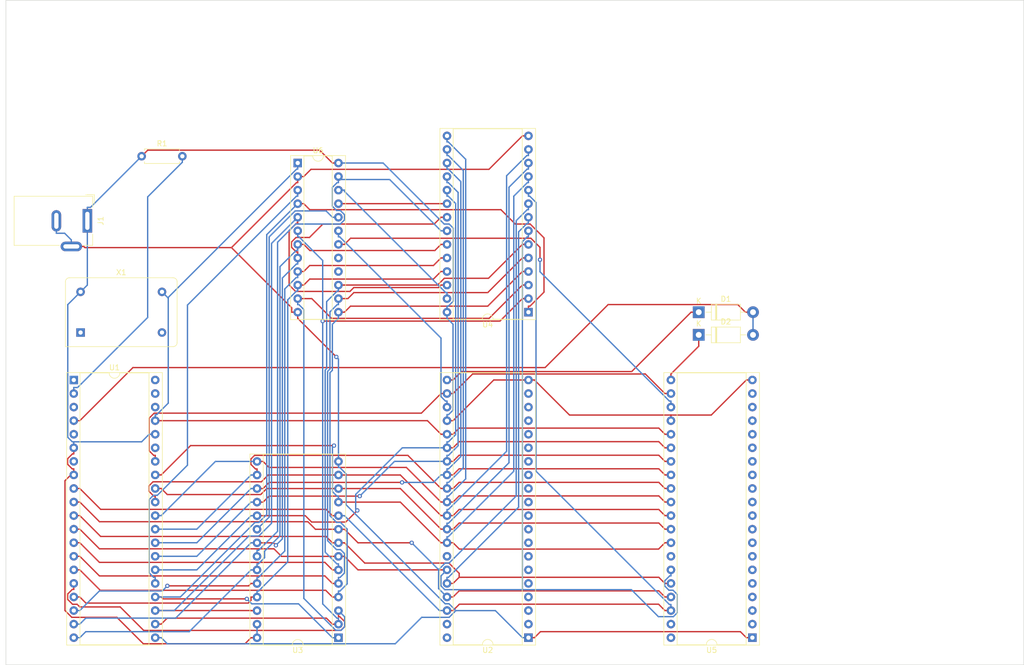
<source format=kicad_pcb>
(kicad_pcb (version 20221018) (generator pcbnew)
  (layers (0 "F.Cu" signal) (31 "B.Cu" signal) (34 "B.Paste" user) (35 "F.Paste" user) (36 "B.SilkS" user "B.Silkscreen") (37 "F.SilkS" user "F.Silkscreen") (38 "B.Mask" user) (39 "F.Mask" user) (44 "Edge.Cuts" user))
  (net 0 "")
  (net 1 "Net-(D1-K)")
  (net 2 "Net-(D1-A)")
  (net 3 "Net-(D2-K)")
  (net 5 "Net-(U1-RDY)")
  (net 8 "+5V")
  (net 10 "/A0")
  (net 11 "/A1")
  (net 12 "/A2")
  (net 13 "/A3")
  (net 14 "/A4")
  (net 15 "/A5")
  (net 16 "/A6")
  (net 17 "/A7")
  (net 18 "/A8")
  (net 19 "/A9")
  (net 20 "/A10")
  (net 21 "/A11")
  (net 22 "GND")
  (net 23 "/A12")
  (net 24 "/A13")
  (net 25 "/A14")
  (net 26 "/A15")
  (net 27 "/D7")
  (net 28 "/D6")
  (net 29 "/D5")
  (net 30 "/D4")
  (net 31 "/D3")
  (net 32 "/D2")
  (net 33 "/D1")
  (net 34 "/D0")
  (net 35 "Net-(U1-R{slash}~{W})")
  (net 37 "Net-(U1-ϕ0)")
  (net 60 "~{IO1}")
  (net 61 "~{ROM}")
  (net 66 "~{OE}")
  (net 67 "~{RAM}")
  (net 68 "~{WE}")
  (net 69 "~{IO2}")
  (footprint "Package_DIP:DIP-28_W15.24mm_Socket" (layer "F.Cu") (at 125.73 96.52 180)
    (fp_text reference "U4")
    (fp_text value "62256")
  )
  (footprint "Diode_THT:D_DO-41_SOD81_P10.16mm_Horizontal" (layer "F.Cu") (at 157.6 96.52)
    (fp_text reference "D1")
    (fp_text value "SB140")
  )
  (footprint "Package_DIP:DIP-24_W7.62mm_Socket" (layer "F.Cu") (at 82.55 68.58)
    (fp_text reference "U6")
    (fp_text value "ATF22V10")
  )
  (footprint "Diode_THT:D_DO-41_SOD81_P10.16mm_Horizontal" (layer "F.Cu") (at 157.6 100.77)
    (fp_text reference "D2")
    (fp_text value "SB140")
  )
  (footprint "Resistor_THT:R_Axial_DIN0207_L6.3mm_D2.5mm_P7.62mm_Horizontal" (layer "F.Cu") (at 53.34 67.31)
    (fp_text reference "R1")
    (fp_text value "1k")
  )
  (footprint "Package_DIP:DIP-40_W15.24mm_Socket" (layer "F.Cu") (at 125.73 157.48 180)
    (fp_text reference "U2")
    (fp_text value "W65C22")
  )
  (footprint "Connector_BarrelJack:BarrelJack_Wuerth_6941xx301002" (layer "F.Cu") (at 43.18 79.41 -90)
    (fp_text reference "J1")
    (fp_text value "Barrel_Jack_Switch")
  )
  (footprint "Package_DIP:DIP-40_W15.24mm_Socket" (layer "F.Cu") (at 167.64 157.48 180)
    (fp_text reference "U5")
    (fp_text value "W65C22")
  )
  (footprint "Package_DIP:DIP-28_W15.24mm_Socket" (layer "F.Cu") (at 90.175 157.495 180)
    (fp_text reference "U3")
    (fp_text value "28C256")
  )
  (footprint "Package_DIP:DIP-40_W15.24mm_Socket" (layer "F.Cu") (at 40.64 109.22)
    (fp_text reference "U1")
    (fp_text value "W65C02")
  )
  (footprint "Oscillator:Oscillator_DIP-14" (layer "F.Cu") (at 41.91 100.33)
    (fp_text reference "X1")
    (fp_text value "ACO-xxxMHz")
  )
  (gr_rect (start 27.94 38.1) (end 218.44 162.56) (stroke (width 0.1)) (fill none) (layer "Edge.Cuts"))
  (segment (start 110.49 109.22) (end 111.6151 109.22) (width 0.25) (layer "F.Cu") (net 1))
  (segment (start 157.6 96.52) (end 156.1749 96.52) (width 0.25) (layer "F.Cu") (net 1))
  (segment (start 145.0501 107.6448) (end 113.1903 107.6448) (width 0.25) (layer "F.Cu") (net 1))
  (segment (start 113.1903 107.6448) (end 111.6151 109.22) (width 0.25) (layer "F.Cu") (net 1))
  (segment (start 156.1749 96.52) (end 145.0501 107.6448) (width 0.25) (layer "F.Cu") (net 1))
  (segment (start 167.76 96.52) (end 166.3349 96.52) (width 0.25) (layer "F.Cu") (net 2))
  (segment (start 40.64 116.84) (end 41.7651 116.84) (width 0.25) (layer "F.Cu") (net 2))
  (segment (start 140.6446 95.0948) (end 128.8445 106.8949) (width 0.25) (layer "F.Cu") (net 2))
  (segment (start 164.9097 95.0948) (end 140.6446 95.0948) (width 0.25) (layer "F.Cu") (net 2))
  (segment (start 51.7102 106.8949) (end 41.7651 116.84) (width 0.25) (layer "F.Cu") (net 2))
  (segment (start 166.3349 96.52) (end 164.9097 95.0948) (width 0.25) (layer "F.Cu") (net 2))
  (segment (start 128.8445 106.8949) (end 51.7102 106.8949) (width 0.25) (layer "F.Cu") (net 2))
  (segment (start 167.76 100.77) (end 167.76 96.52) (width 0.25) (layer "B.Cu") (net 2))
  (segment (start 152.4 108.0949) (end 157.6 102.8949) (width 0.25) (layer "F.Cu") (net 3))
  (segment (start 152.4 109.22) (end 152.4 108.0949) (width 0.25) (layer "F.Cu") (net 3))
  (segment (start 157.6 102.8949) (end 157.6 100.77) (width 0.25) (layer "F.Cu") (net 3))
  (segment (start 54.4652 74.9299) (end 60.96 68.4351) (width 0.25) (layer "B.Cu") (net 5))
  (segment (start 60.96 67.31) (end 60.96 68.4351) (width 0.25) (layer "B.Cu") (net 5))
  (segment (start 41.3432 110.6349) (end 54.4652 97.5129) (width 0.25) (layer "B.Cu") (net 5))
  (segment (start 54.4652 97.5129) (end 54.4652 74.9299) (width 0.25) (layer "B.Cu") (net 5))
  (segment (start 40.64 110.6349) (end 41.3432 110.6349) (width 0.25) (layer "B.Cu") (net 5))
  (segment (start 40.64 111.76) (end 40.64 110.6349) (width 0.25) (layer "B.Cu") (net 5))
  (segment (start 53.652 158.62) (end 72.6849 158.62) (width 0.25) (layer "F.Cu") (net 8))
  (segment (start 72.6849 158.62) (end 73.8099 157.495) (width 0.25) (layer "F.Cu") (net 8))
  (segment (start 166.5149 109.22) (end 159.9489 115.786) (width 0.25) (layer "F.Cu") (net 8))
  (segment (start 54.4751 66.1749) (end 53.34 67.31) (width 0.25) (layer "F.Cu") (net 8))
  (segment (start 89.0449 68.58) (end 86.6398 66.1749) (width 0.25) (layer "F.Cu") (net 8))
  (segment (start 38.9919 152.3927) (end 40.2692 153.67) (width 0.25) (layer "F.Cu") (net 8))
  (segment (start 152.4 116.84) (end 152.4 115.786) (width 0.25) (layer "F.Cu") (net 8))
  (segment (start 40.64 125.8749) (end 40.3587 125.8749) (width 0.25) (layer "F.Cu") (net 8))
  (segment (start 38.9919 128.0855) (end 38.9919 152.3927) (width 0.25) (layer "F.Cu") (net 8))
  (segment (start 119.2351 109.22) (end 111.6151 116.84) (width 0.25) (layer "F.Cu") (net 8))
  (segment (start 74.935 157.495) (end 73.8099 157.495) (width 0.25) (layer "F.Cu") (net 8))
  (segment (start 48.702 153.67) (end 53.652 158.62) (width 0.25) (layer "F.Cu") (net 8))
  (segment (start 133.4211 115.786) (end 126.8551 109.22) (width 0.25) (layer "F.Cu") (net 8))
  (segment (start 40.64 126.4374) (end 38.9919 128.0855) (width 0.25) (layer "F.Cu") (net 8))
  (segment (start 39.4905 125.0067) (end 39.4905 123.9614) (width 0.25) (layer "F.Cu") (net 8))
  (segment (start 152.4 115.786) (end 133.4211 115.786) (width 0.25) (layer "F.Cu") (net 8))
  (segment (start 40.3587 125.8749) (end 39.4905 125.0067) (width 0.25) (layer "F.Cu") (net 8))
  (segment (start 40.64 126.4374) (end 40.64 125.8749) (width 0.25) (layer "F.Cu") (net 8))
  (segment (start 110.49 116.84) (end 111.6151 116.84) (width 0.25) (layer "F.Cu") (net 8))
  (segment (start 125.73 109.22) (end 126.8551 109.22) (width 0.25) (layer "F.Cu") (net 8))
  (segment (start 167.64 109.22) (end 166.5149 109.22) (width 0.25) (layer "F.Cu") (net 8))
  (segment (start 90.17 68.58) (end 89.0449 68.58) (width 0.25) (layer "F.Cu") (net 8))
  (segment (start 40.64 127) (end 40.64 126.4374) (width 0.25) (layer "F.Cu") (net 8))
  (segment (start 40.64 121.92) (end 40.64 123.0451) (width 0.25) (layer "F.Cu") (net 8))
  (segment (start 125.73 109.22) (end 119.2351 109.22) (width 0.25) (layer "F.Cu") (net 8))
  (segment (start 40.2692 153.67) (end 48.702 153.67) (width 0.25) (layer "F.Cu") (net 8))
  (segment (start 40.4068 123.0451) (end 40.64 123.0451) (width 0.25) (layer "F.Cu") (net 8))
  (segment (start 39.4905 123.9614) (end 40.4068 123.0451) (width 0.25) (layer "F.Cu") (net 8))
  (segment (start 86.6398 66.1749) (end 54.4751 66.1749) (width 0.25) (layer "F.Cu") (net 8))
  (segment (start 159.9489 115.786) (end 152.4 115.786) (width 0.25) (layer "F.Cu") (net 8))
  (segment (start 110.49 116.84) (end 110.49 115.7149) (width 0.25) (layer "B.Cu") (net 8))
  (segment (start 110.7713 115.7149) (end 111.6152 114.871) (width 0.25) (layer "B.Cu") (net 8))
  (segment (start 54.7549 119.38) (end 53.34 120.7949) (width 0.25) (layer "B.Cu") (net 8))
  (segment (start 39.5148 119.951) (end 39.5148 95.1052) (width 0.25) (layer "B.Cu") (net 8))
  (segment (start 41.91 92.71) (end 43.18 91.44) (width 0.25) (layer "B.Cu") (net 8))
  (segment (start 40.64 120.7949) (end 40.3587 120.7949) (width 0.25) (layer "B.Cu") (net 8))
  (segment (start 74.935 157.495) (end 74.935 154.955) (width 0.25) (layer "B.Cu") (net 8))
  (segment (start 110.49 96.52) (end 110.49 97.6451) (width 0.25) (layer "B.Cu") (net 8))
  (segment (start 43.18 91.44) (end 43.18 79.41) (width 0.25) (layer "B.Cu") (net 8))
  (segment (start 53.34 67.31) (end 43.7651 76.8849) (width 0.25) (layer "B.Cu") (net 8))
  (segment (start 43.7651 76.8849) (end 43.18 76.8849) (width 0.25) (layer "B.Cu") (net 8))
  (segment (start 109.96 80.01) (end 110.8911 80.01) (width 0.25) (layer "B.Cu") (net 8))
  (segment (start 90.17 68.58) (end 98.53 68.58) (width 0.25) (layer "B.Cu") (net 8))
  (segment (start 111.652 80.7709) (end 111.652 94.466) (width 0.25) (layer "B.Cu") (net 8))
  (segment (start 40.64 121.92) (end 40.64 120.7949) (width 0.25) (layer "B.Cu") (net 8))
  (segment (start 110.49 96.52) (end 110.49 95.3949) (width 0.25) (layer "B.Cu") (net 8))
  (segment (start 111.6152 114.871) (end 111.6152 98.7703) (width 0.25) (layer "B.Cu") (net 8))
  (segment (start 111.6152 98.7703) (end 110.49 97.6451) (width 0.25) (layer "B.Cu") (net 8))
  (segment (start 39.5148 95.1052) (end 41.91 92.71) (width 0.25) (layer "B.Cu") (net 8))
  (segment (start 55.88 119.38) (end 54.7549 119.38) (width 0.25) (layer "B.Cu") (net 8))
  (segment (start 40.3587 120.7949) (end 39.5148 119.951) (width 0.25) (layer "B.Cu") (net 8))
  (segment (start 110.7231 95.3949) (end 110.49 95.3949) (width 0.25) (layer "B.Cu") (net 8))
  (segment (start 43.18 79.41) (end 43.18 76.8849) (width 0.25) (layer "B.Cu") (net 8))
  (segment (start 110.49 115.7149) (end 110.7713 115.7149) (width 0.25) (layer "B.Cu") (net 8))
  (segment (start 53.34 120.7949) (end 40.64 120.7949) (width 0.25) (layer "B.Cu") (net 8))
  (segment (start 98.53 68.58) (end 109.96 80.01) (width 0.25) (layer "B.Cu") (net 8))
  (segment (start 110.8911 80.01) (end 111.652 80.7709) (width 0.25) (layer "B.Cu") (net 8))
  (segment (start 111.652 94.466) (end 110.7231 95.3949) (width 0.25) (layer "B.Cu") (net 8))
  (segment (start 45.6703 133.4452) (end 87.8601 133.4452) (width 0.25) (layer "F.Cu") (net 10))
  (segment (start 151.2749 152.4) (end 150.0843 151.2094) (width 0.25) (layer "F.Cu") (net 10))
  (segment (start 110.49 152.4) (end 111.6151 152.4) (width 0.25) (layer "F.Cu") (net 10))
  (segment (start 41.7651 129.54) (end 45.6703 133.4452) (width 0.25) (layer "F.Cu") (net 10))
  (segment (start 112.8057 151.2094) (end 111.6151 152.4) (width 0.25) (layer "F.Cu") (net 10))
  (segment (start 150.0843 151.2094) (end 112.8057 151.2094) (width 0.25) (layer "F.Cu") (net 10))
  (segment (start 152.4 152.4) (end 151.2749 152.4) (width 0.25) (layer "F.Cu") (net 10))
  (segment (start 90.175 134.635) (end 89.0499 134.635) (width 0.25) (layer "F.Cu") (net 10))
  (segment (start 87.8601 133.4452) (end 89.0499 134.635) (width 0.25) (layer "F.Cu") (net 10))
  (segment (start 40.64 129.54) (end 41.7651 129.54) (width 0.25) (layer "F.Cu") (net 10))
  (segment (start 125.9631 74.7851) (end 125.73 74.7851) (width 0.25) (layer "B.Cu") (net 10))
  (segment (start 152.1187 151.2749) (end 127.1448 126.301) (width 0.25) (layer "B.Cu") (net 10))
  (segment (start 91.3001 134.635) (end 109.0651 152.4) (width 0.25) (layer "B.Cu") (net 10))
  (segment (start 152.4 152.4) (end 152.4 151.2749) (width 0.25) (layer "B.Cu") (net 10))
  (segment (start 90.175 134.635) (end 91.3001 134.635) (width 0.25) (layer "B.Cu") (net 10))
  (segment (start 127.1448 75.9668) (end 125.9631 74.7851) (width 0.25) (layer "B.Cu") (net 10))
  (segment (start 125.73 73.66) (end 125.73 74.7851) (width 0.25) (layer "B.Cu") (net 10))
  (segment (start 127.1448 126.301) (end 127.1448 75.9668) (width 0.25) (layer "B.Cu") (net 10))
  (segment (start 109.0651 152.4) (end 110.49 152.4) (width 0.25) (layer "B.Cu") (net 10))
  (segment (start 152.4 151.2749) (end 152.1187 151.2749) (width 0.25) (layer "B.Cu") (net 10))
  (segment (start 89.6267 137.175) (end 90.175 137.175) (width 0.25) (layer "F.Cu") (net 11))
  (segment (start 110.49 149.86) (end 111.6151 149.86) (width 0.25) (layer "F.Cu") (net 11))
  (segment (start 150.1254 148.7105) (end 151.2749 149.86) (width 0.25) (layer "F.Cu") (net 11))
  (segment (start 85.8669 137.175) (end 84.4521 135.7602) (width 0.25) (layer "F.Cu") (net 11))
  (segment (start 84.4521 135.7602) (end 45.4453 135.7602) (width 0.25) (layer "F.Cu") (net 11))
  (segment (start 152.4 149.86) (end 151.2749 149.86) (width 0.25) (layer "F.Cu") (net 11))
  (segment (start 40.64 132.08) (end 41.7651 132.08) (width 0.25) (layer "F.Cu") (net 11))
  (segment (start 93.8344 139.7093) (end 103.8781 139.7093) (width 0.25) (layer "F.Cu") (net 11))
  (segment (start 89.6267 137.175) (end 89.0499 137.175) (width 0.25) (layer "F.Cu") (net 11))
  (segment (start 90.175 137.175) (end 91.3001 137.175) (width 0.25) (layer "F.Cu") (net 11))
  (segment (start 89.0499 137.175) (end 85.8669 137.175) (width 0.25) (layer "F.Cu") (net 11))
  (segment (start 112.7646 148.7105) (end 150.1254 148.7105) (width 0.25) (layer "F.Cu") (net 11))
  (segment (start 91.3001 137.175) (end 93.8344 139.7093) (width 0.25) (layer "F.Cu") (net 11))
  (segment (start 111.6151 149.86) (end 112.7646 148.7105) (width 0.25) (layer "F.Cu") (net 11))
  (segment (start 45.4453 135.7602) (end 41.7651 132.08) (width 0.25) (layer "F.Cu") (net 11))
  (via (at 103.8781 139.7093) (size 0.8) (drill 0.4) (layers "F.Cu" "B.Cu") (net 11))
  (segment (start 125.73 76.2) (end 125.73 77.3251) (width 0.25) (layer "B.Cu") (net 11))
  (segment (start 110.144 143.51) (end 110.8796 143.51) (width 0.25) (layer "B.Cu") (net 11))
  (segment (start 103.8781 139.7093) (end 108.9114 144.7426) (width 0.25) (layer "B.Cu") (net 11))
  (segment (start 108.9114 144.7426) (end 110.144 143.51) (width 0.25) (layer "B.Cu") (net 11))
  (segment (start 125.4968 77.3251) (end 125.73 77.3251) (width 0.25) (layer "B.Cu") (net 11))
  (segment (start 110.8796 143.51) (end 123.4392 130.9504) (width 0.25) (layer "B.Cu") (net 11))
  (segment (start 110.49 149.86) (end 108.9114 148.2814) (width 0.25) (layer "B.Cu") (net 11))
  (segment (start 123.4392 79.3827) (end 125.4968 77.3251) (width 0.25) (layer "B.Cu") (net 11))
  (segment (start 123.4392 130.9504) (end 123.4392 79.3827) (width 0.25) (layer "B.Cu") (net 11))
  (segment (start 108.9114 148.2814) (end 108.9114 144.7426) (width 0.25) (layer "B.Cu") (net 11))
  (segment (start 91.3001 139.715) (end 95.0951 143.51) (width 0.25) (layer "F.Cu") (net 12))
  (segment (start 152.4 147.32) (end 151.2749 147.32) (width 0.25) (layer "F.Cu") (net 12))
  (segment (start 110.49 147.32) (end 111.6151 147.32) (width 0.25) (layer "F.Cu") (net 12))
  (segment (start 112.7646 145.4221) (end 112.7646 146.1705) (width 0.25) (layer "F.Cu") (net 12))
  (segment (start 110.8525 143.51) (end 112.7646 145.4221) (width 0.25) (layer "F.Cu") (net 12))
  (segment (start 151.2749 147.32) (end 150.1254 146.1705) (width 0.25) (layer "F.Cu") (net 12))
  (segment (start 40.64 134.62) (end 41.7651 134.62) (width 0.25) (layer "F.Cu") (net 12))
  (segment (start 90.175 139.715) (end 89.0499 139.715) (width 0.25) (layer "F.Cu") (net 12))
  (segment (start 87.8618 138.5269) (end 89.0499 139.715) (width 0.25) (layer "F.Cu") (net 12))
  (segment (start 41.7651 134.62) (end 45.672 138.5269) (width 0.25) (layer "F.Cu") (net 12))
  (segment (start 112.7646 146.1705) (end 111.6151 147.32) (width 0.25) (layer "F.Cu") (net 12))
  (segment (start 45.672 138.5269) (end 87.8618 138.5269) (width 0.25) (layer "F.Cu") (net 12))
  (segment (start 95.0951 143.51) (end 110.8525 143.51) (width 0.25) (layer "F.Cu") (net 12))
  (segment (start 150.1254 146.1705) (end 112.7646 146.1705) (width 0.25) (layer "F.Cu") (net 12))
  (segment (start 90.175 139.715) (end 91.3001 139.715) (width 0.25) (layer "F.Cu") (net 12))
  (segment (start 125.4968 79.8651) (end 123.8893 81.4726) (width 0.25) (layer "B.Cu") (net 12))
  (segment (start 125.73 79.8651) (end 125.4968 79.8651) (width 0.25) (layer "B.Cu") (net 12))
  (segment (start 125.73 78.74) (end 125.73 79.8651) (width 0.25) (layer "B.Cu") (net 12))
  (segment (start 110.7322 146.1949) (end 110.49 146.1949) (width 0.25) (layer "B.Cu") (net 12))
  (segment (start 110.49 147.32) (end 110.49 146.1949) (width 0.25) (layer "B.Cu") (net 12))
  (segment (start 123.8893 81.4726) (end 123.8893 133.0378) (width 0.25) (layer "B.Cu") (net 12))
  (segment (start 123.8893 133.0378) (end 110.7322 146.1949) (width 0.25) (layer "B.Cu") (net 12))
  (segment (start 110.49 144.78) (end 93.8251 144.78) (width 0.25) (layer "F.Cu") (net 13))
  (segment (start 90.175 142.255) (end 91.3001 142.255) (width 0.25) (layer "F.Cu") (net 13))
  (segment (start 45.4453 140.8402) (end 78.1029 140.8402) (width 0.25) (layer "F.Cu") (net 13))
  (segment (start 79.5177 142.255) (end 89.0499 142.255) (width 0.25) (layer "F.Cu") (net 13))
  (segment (start 40.64 137.16) (end 41.7651 137.16) (width 0.25) (layer "F.Cu") (net 13))
  (segment (start 93.8251 144.78) (end 91.3001 142.255) (width 0.25) (layer "F.Cu") (net 13))
  (segment (start 78.1029 140.8402) (end 79.5177 142.255) (width 0.25) (layer "F.Cu") (net 13))
  (segment (start 90.175 142.255) (end 89.0499 142.255) (width 0.25) (layer "F.Cu") (net 13))
  (segment (start 41.7651 137.16) (end 45.4453 140.8402) (width 0.25) (layer "F.Cu") (net 13))
  (segment (start 152.4 145.9051) (end 152.1668 145.9051) (width 0.25) (layer "B.Cu") (net 13))
  (segment (start 152.7867 148.59) (end 153.5719 149.3752) (width 0.25) (layer "B.Cu") (net 13))
  (segment (start 151.244 146.8279) (end 151.244 147.8136) (width 0.25) (layer "B.Cu") (net 13))
  (segment (start 109.3637 145.9063) (end 110.49 144.78) (width 0.25) (layer "B.Cu") (net 13))
  (segment (start 110.0681 148.4894) (end 109.3637 147.785) (width 0.25) (layer "B.Cu") (net 13))
  (segment (start 125.4968 82.4051) (end 125.73 82.4051) (width 0.25) (layer "B.Cu") (net 13))
  (segment (start 153.5719 152.8255) (end 152.8544 153.543) (width 0.25) (layer "B.Cu") (net 13))
  (segment (start 151.244 147.8136) (end 152.0204 148.59) (width 0.25) (layer "B.Cu") (net 13))
  (segment (start 152.1668 145.9051) (end 151.244 146.8279) (width 0.25) (layer "B.Cu") (net 13))
  (segment (start 152.8544 153.543) (end 150.0487 153.543) (width 0.25) (layer "B.Cu") (net 13))
  (segment (start 125.73 81.28) (end 125.73 82.4051) (width 0.25) (layer "B.Cu") (net 13))
  (segment (start 124.6003 83.3016) (end 125.4968 82.4051) (width 0.25) (layer "B.Cu") (net 13))
  (segment (start 153.5719 149.3752) (end 153.5719 152.8255) (width 0.25) (layer "B.Cu") (net 13))
  (segment (start 152.4 144.78) (end 152.4 145.9051) (width 0.25) (layer "B.Cu") (net 13))
  (segment (start 152.0204 148.59) (end 152.7867 148.59) (width 0.25) (layer "B.Cu") (net 13))
  (segment (start 150.0487 153.543) (end 144.9951 148.4894) (width 0.25) (layer "B.Cu") (net 13))
  (segment (start 144.9951 148.4894) (end 124.6003 148.4894) (width 0.25) (layer "B.Cu") (net 13))
  (segment (start 124.6003 148.4894) (end 110.0681 148.4894) (width 0.25) (layer "B.Cu") (net 13))
  (segment (start 109.3637 147.785) (end 109.3637 145.9063) (width 0.25) (layer "B.Cu") (net 13))
  (segment (start 124.6003 148.4894) (end 124.6003 83.3016) (width 0.25) (layer "B.Cu") (net 13))
  (segment (start 90.175 144.795) (end 89.0499 144.795) (width 0.25) (layer "F.Cu") (net 14))
  (segment (start 87.6351 143.3802) (end 89.0499 144.795) (width 0.25) (layer "F.Cu") (net 14))
  (segment (start 108.7194 91.44) (end 109.9894 90.17) (width 0.25) (layer "F.Cu") (net 14))
  (segment (start 125.73 83.82) (end 124.6049 83.82) (width 0.25) (layer "F.Cu") (net 14))
  (segment (start 45.4453 143.3802) (end 87.6351 143.3802) (width 0.25) (layer "F.Cu") (net 14))
  (segment (start 41.7651 139.7) (end 45.4453 143.3802) (width 0.25) (layer "F.Cu") (net 14))
  (segment (start 109.9894 90.17) (end 118.2549 90.17) (width 0.25) (layer "F.Cu") (net 14))
  (segment (start 90.17 91.44) (end 91.2951 91.44) (width 0.25) (layer "F.Cu") (net 14))
  (segment (start 118.2549 90.17) (end 124.6049 83.82) (width 0.25) (layer "F.Cu") (net 14))
  (segment (start 91.2951 91.44) (end 108.7194 91.44) (width 0.25) (layer "F.Cu") (net 14))
  (segment (start 40.64 139.7) (end 41.7651 139.7) (width 0.25) (layer "F.Cu") (net 14))
  (segment (start 90.175 144.795) (end 90.175 143.6699) (width 0.25) (layer "B.Cu") (net 14))
  (segment (start 87.9636 107.0848) (end 87.9636 94.5383) (width 0.25) (layer "B.Cu") (net 14))
  (segment (start 87.6876 107.3608) (end 87.9636 107.0848) (width 0.25) (layer "B.Cu") (net 14))
  (segment (start 87.6876 141.4638) (end 87.6876 107.3608) (width 0.25) (layer "B.Cu") (net 14))
  (segment (start 87.9636 94.5383) (end 89.9368 92.5651) (width 0.25) (layer "B.Cu") (net 14))
  (segment (start 90.175 143.6699) (end 89.8937 143.6699) (width 0.25) (layer "B.Cu") (net 14))
  (segment (start 89.8937 143.6699) (end 87.6876 141.4638) (width 0.25) (layer "B.Cu") (net 14))
  (segment (start 89.9368 92.5651) (end 90.17 92.5651) (width 0.25) (layer "B.Cu") (net 14))
  (segment (start 90.17 91.44) (end 90.17 92.5651) (width 0.25) (layer "B.Cu") (net 14))
  (segment (start 90.17 93.98) (end 91.2951 93.98) (width 0.25) (layer "F.Cu") (net 15))
  (segment (start 91.9316 93.98) (end 93.0567 92.8549) (width 0.25) (layer "F.Cu") (net 15))
  (segment (start 90.175 147.335) (end 89.0499 147.335) (width 0.25) (layer "F.Cu") (net 15))
  (segment (start 87.6351 145.9202) (end 89.0499 147.335) (width 0.25) (layer "F.Cu") (net 15))
  (segment (start 40.64 142.24) (end 41.7651 142.24) (width 0.25) (layer "F.Cu") (net 15))
  (segment (start 91.2951 93.98) (end 91.9316 93.98) (width 0.25) (layer "F.Cu") (net 15))
  (segment (start 45.4453 145.9202) (end 87.6351 145.9202) (width 0.25) (layer "F.Cu") (net 15))
  (segment (start 125.73 86.36) (end 124.6049 86.36) (width 0.25) (layer "F.Cu") (net 15))
  (segment (start 118.11 92.8549) (end 124.6049 86.36) (width 0.25) (layer "F.Cu") (net 15))
  (segment (start 41.7651 142.24) (end 45.4453 145.9202) (width 0.25) (layer "F.Cu") (net 15))
  (segment (start 93.0567 92.8549) (end 118.11 92.8549) (width 0.25) (layer "F.Cu") (net 15))
  (segment (start 88.588 96.4539) (end 89.9368 95.1051) (width 0.25) (layer "B.Cu") (net 15))
  (segment (start 91.3047 145.3615) (end 91.3047 141.7262) (width 0.25) (layer "B.Cu") (net 15))
  (segment (start 90.4563 146.2099) (end 91.3047 145.3615) (width 0.25) (layer "B.Cu") (net 15))
  (segment (start 88.588 107.1548) (end 88.588 96.4539) (width 0.25) (layer "B.Cu") (net 15))
  (segment (start 90.175 147.335) (end 90.175 146.2099) (width 0.25) (layer "B.Cu") (net 15))
  (segment (start 88.1378 107.605) (end 88.588 107.1548) (width 0.25) (layer "B.Cu") (net 15))
  (segment (start 90.175 146.2099) (end 90.4563 146.2099) (width 0.25) (layer "B.Cu") (net 15))
  (segment (start 90.17 93.98) (end 90.17 95.1051) (width 0.25) (layer "B.Cu") (net 15))
  (segment (start 89.8066 140.985) (end 88.1378 139.3162) (width 0.25) (layer "B.Cu") (net 15))
  (segment (start 90.5635 140.985) (end 89.8066 140.985) (width 0.25) (layer "B.Cu") (net 15))
  (segment (start 91.3047 141.7262) (end 90.5635 140.985) (width 0.25) (layer "B.Cu") (net 15))
  (segment (start 89.9368 95.1051) (end 90.17 95.1051) (width 0.25) (layer "B.Cu") (net 15))
  (segment (start 88.1378 139.3162) (end 88.1378 107.605) (width 0.25) (layer "B.Cu") (net 15))
  (segment (start 87.7799 148.605) (end 89.0499 149.875) (width 0.25) (layer "F.Cu") (net 16))
  (segment (start 90.17 96.52) (end 91.2951 96.52) (width 0.25) (layer "F.Cu") (net 16))
  (segment (start 41.7651 144.78) (end 45.5901 148.605) (width 0.25) (layer "F.Cu") (net 16))
  (segment (start 40.64 144.78) (end 41.7651 144.78) (width 0.25) (layer "F.Cu") (net 16))
  (segment (start 45.5901 148.605) (end 87.7799 148.605) (width 0.25) (layer "F.Cu") (net 16))
  (segment (start 118.11 95.3949) (end 124.6049 88.9) (width 0.25) (layer "F.Cu") (net 16))
  (segment (start 91.2951 96.52) (end 92.4202 95.3949) (width 0.25) (layer "F.Cu") (net 16))
  (segment (start 92.4202 95.3949) (end 118.11 95.3949) (width 0.25) (layer "F.Cu") (net 16))
  (segment (start 125.73 88.9) (end 124.6049 88.9) (width 0.25) (layer "F.Cu") (net 16))
  (segment (start 90.175 149.875) (end 89.0499 149.875) (width 0.25) (layer "F.Cu") (net 16))
  (segment (start 90.175 148.7499) (end 90.4563 148.7499) (width 0.25) (layer "B.Cu") (net 16))
  (segment (start 90.17 96.52) (end 90.17 97.6451) (width 0.25) (layer "B.Cu") (net 16))
  (segment (start 91.7974 147.4088) (end 91.7974 137.1316) (width 0.25) (layer "B.Cu") (net 16))
  (segment (start 89.0384 98.7767) (end 90.17 97.6451) (width 0.25) (layer "B.Cu") (net 16))
  (segment (start 90.4563 148.7499) (end 91.7974 147.4088) (width 0.25) (layer "B.Cu") (net 16))
  (segment (start 90.5708 135.905) (end 89.8419 135.905) (width 0.25) (layer "B.Cu") (net 16))
  (segment (start 89.0384 107.4016) (end 89.0384 98.7767) (width 0.25) (layer "B.Cu") (net 16))
  (segment (start 88.5881 134.6512) (end 88.5881 107.8519) (width 0.25) (layer "B.Cu") (net 16))
  (segment (start 91.7974 137.1316) (end 90.5708 135.905) (width 0.25) (layer "B.Cu") (net 16))
  (segment (start 88.5881 107.8519) (end 89.0384 107.4016) (width 0.25) (layer "B.Cu") (net 16))
  (segment (start 89.8419 135.905) (end 88.5881 134.6512) (width 0.25) (layer "B.Cu") (net 16))
  (segment (start 90.175 149.875) (end 90.175 148.7499) (width 0.25) (layer "B.Cu") (net 16))
  (segment (start 53.7266 156.1248) (end 90.6047 156.1248) (width 0.25) (layer "F.Cu") (net 17))
  (segment (start 118.3742 97.6707) (end 88.8748 97.6707) (width 0.25) (layer "F.Cu") (net 17))
  (segment (start 40.64 148.4451) (end 40.3587 148.4451) (width 0.25) (layer "F.Cu") (net 17))
  (segment (start 40.64 147.32) (end 40.64 148.4451) (width 0.25) (layer "F.Cu") (net 17))
  (segment (start 85.1841 93.98) (end 83.6751 93.98) (width 0.25) (layer "F.Cu") (net 17))
  (segment (start 90.4081 153.5401) (end 90.175 153.5401) (width 0.25) (layer "F.Cu") (net 17))
  (segment (start 41.7652 151.7252) (end 49.327 151.7252) (width 0.25) (layer "F.Cu") (net 17))
  (segment (start 40.3587 148.4451) (end 39.4981 149.3057) (width 0.25) (layer "F.Cu") (net 17))
  (segment (start 90.6047 156.1248) (end 91.3435 155.386) (width 0.25) (layer "F.Cu") (net 17))
  (segment (start 91.3435 155.386) (end 91.3435 154.4755) (width 0.25) (layer "F.Cu") (net 17))
  (segment (start 49.327 151.7252) (end 53.7266 156.1248) (width 0.25) (layer "F.Cu") (net 17))
  (segment (start 82.55 93.98) (end 83.6751 93.98) (width 0.25) (layer "F.Cu") (net 17))
  (segment (start 91.3435 154.4755) (end 90.4081 153.5401) (width 0.25) (layer "F.Cu") (net 17))
  (segment (start 39.4981 149.3057) (end 39.4981 150.3136) (width 0.25) (layer "F.Cu") (net 17))
  (segment (start 41.265 151.225) (end 41.7652 151.7252) (width 0.25) (layer "F.Cu") (net 17))
  (segment (start 40.4095 151.225) (end 41.265 151.225) (width 0.25) (layer "F.Cu") (net 17))
  (segment (start 88.8748 97.6707) (end 85.1841 93.98) (width 0.25) (layer "F.Cu") (net 17))
  (segment (start 39.4981 150.3136) (end 40.4095 151.225) (width 0.25) (layer "F.Cu") (net 17))
  (segment (start 125.73 91.44) (end 124.6049 91.44) (width 0.25) (layer "F.Cu") (net 17))
  (segment (start 124.6049 91.44) (end 118.3742 97.6707) (width 0.25) (layer "F.Cu") (net 17))
  (segment (start 90.175 152.415) (end 90.175 153.5401) (width 0.25) (layer "F.Cu") (net 17))
  (segment (start 90.175 152.415) (end 91.324 153.564) (width 0.25) (layer "B.Cu") (net 17))
  (segment (start 90.6939 156.0834) (end 89.652 156.0834) (width 0.25) (layer "B.Cu") (net 17))
  (segment (start 83.6995 150.1309) (end 83.6995 96.0215) (width 0.25) (layer "B.Cu") (net 17))
  (segment (start 91.324 153.564) (end 91.324 155.4533) (width 0.25) (layer "B.Cu") (net 17))
  (segment (start 82.55 93.98) (end 82.55 95.1051) (width 0.25) (layer "B.Cu") (net 17))
  (segment (start 91.324 155.4533) (end 90.6939 156.0834) (width 0.25) (layer "B.Cu") (net 17))
  (segment (start 83.6995 96.0215) (end 82.7831 95.1051) (width 0.25) (layer "B.Cu") (net 17))
  (segment (start 82.7831 95.1051) (end 82.55 95.1051) (width 0.25) (layer "B.Cu") (net 17))
  (segment (start 89.652 156.0834) (end 83.6995 150.1309) (width 0.25) (layer "B.Cu") (net 17))
  (segment (start 82.55 91.44) (end 83.6751 91.44) (width 0.25) (layer "F.Cu") (net 18))
  (segment (start 73.8099 150.4903) (end 73.8099 149.875) (width 0.25) (layer "F.Cu") (net 18))
  (segment (start 41.7651 149.86) (end 42.9051 151) (width 0.25) (layer "F.Cu") (net 18))
  (segment (start 74.935 149.875) (end 73.8099 149.875) (width 0.25) (layer "F.Cu") (net 18))
  (segment (start 110.49 88.9) (end 109.3649 88.9) (width 0.25) (layer "F.Cu") (net 18))
  (segment (start 40.64 149.86) (end 41.7651 149.86) (width 0.25) (layer "F.Cu") (net 18))
  (segment (start 42.9051 151) (end 73.3002 151) (width 0.25) (layer "F.Cu") (net 18))
  (segment (start 83.6751 91.44) (end 84.8002 90.3149) (width 0.25) (layer "F.Cu") (net 18))
  (segment (start 84.8002 90.3149) (end 107.95 90.3149) (width 0.25) (layer "F.Cu") (net 18))
  (segment (start 107.95 90.3149) (end 109.3649 88.9) (width 0.25) (layer "F.Cu") (net 18))
  (segment (start 73.3002 151) (end 73.8099 150.4903) (width 0.25) (layer "F.Cu") (net 18))
  (segment (start 75.2163 148.7499) (end 74.935 148.7499) (width 0.25) (layer "B.Cu") (net 18))
  (segment (start 74.935 149.875) (end 74.935 148.7499) (width 0.25) (layer "B.Cu") (net 18))
  (segment (start 80.6851 94.1968) (end 80.6851 143.2811) (width 0.25) (layer "B.Cu") (net 18))
  (segment (start 80.6851 143.2811) (end 75.2163 148.7499) (width 0.25) (layer "B.Cu") (net 18))
  (segment (start 82.55 92.5651) (end 82.3168 92.5651) (width 0.25) (layer "B.Cu") (net 18))
  (segment (start 82.3168 92.5651) (end 80.6851 94.1968) (width 0.25) (layer "B.Cu") (net 18))
  (segment (start 82.55 91.44) (end 82.55 92.5651) (width 0.25) (layer "B.Cu") (net 18))
  (segment (start 110.49 86.36) (end 109.3649 86.36) (width 0.25) (layer "F.Cu") (net 19))
  (segment (start 58.152 147.7786) (end 73.3663 147.7786) (width 0.25) (layer "F.Cu") (net 19))
  (segment (start 73.3663 147.7786) (end 73.8099 147.335) (width 0.25) (layer "F.Cu") (net 19))
  (segment (start 107.95 87.7749) (end 109.3649 86.36) (width 0.25) (layer "F.Cu") (net 19))
  (segment (start 82.55 88.9) (end 83.6751 88.9) (width 0.25) (layer "F.Cu") (net 19))
  (segment (start 83.6751 88.9) (end 84.8002 87.7749) (width 0.25) (layer "F.Cu") (net 19))
  (segment (start 84.8002 87.7749) (end 107.95 87.7749) (width 0.25) (layer "F.Cu") (net 19))
  (segment (start 74.935 147.335) (end 73.8099 147.335) (width 0.25) (layer "F.Cu") (net 19))
  (via (at 58.152 147.7786) (size 0.8) (drill 0.4) (layers "F.Cu" "B.Cu") (net 19))
  (segment (start 82.55 88.9) (end 82.55 90.0251) (width 0.25) (layer "B.Cu") (net 19))
  (segment (start 40.64 152.4) (end 41.7651 152.4) (width 0.25) (layer "B.Cu") (net 19))
  (segment (start 82.2686 90.0251) (end 82.55 90.0251) (width 0.25) (layer "B.Cu") (net 19))
  (segment (start 74.935 147.335) (end 74.935 146.2099) (width 0.25) (layer "B.Cu") (net 19))
  (segment (start 41.7651 152.4) (end 45.4303 148.7348) (width 0.25) (layer "B.Cu") (net 19))
  (segment (start 80.1285 141.2495) (end 80.1285 92.1652) (width 0.25) (layer "B.Cu") (net 19))
  (segment (start 74.935 146.2099) (end 75.1681 146.2099) (width 0.25) (layer "B.Cu") (net 19))
  (segment (start 57.1958 148.7348) (end 58.152 147.7786) (width 0.25) (layer "B.Cu") (net 19))
  (segment (start 75.1681 146.2099) (end 80.1285 141.2495) (width 0.25) (layer "B.Cu") (net 19))
  (segment (start 45.4303 148.7348) (end 57.1958 148.7348) (width 0.25) (layer "B.Cu") (net 19))
  (segment (start 80.1285 92.1652) (end 82.2686 90.0251) (width 0.25) (layer "B.Cu") (net 19))
  (segment (start 82.55 85.2349) (end 82.2687 85.2349) (width 0.25) (layer "F.Cu") (net 20))
  (segment (start 74.935 139.715) (end 78.0031 139.715) (width 0.25) (layer "F.Cu") (net 20))
  (segment (start 82.2382 82.5222) (end 84.7499 82.5222) (width 0.25) (layer "F.Cu") (net 20))
  (segment (start 82.55 86.36) (end 82.55 85.2349) (width 0.25) (layer "F.Cu") (net 20))
  (segment (start 84.7499 82.5222) (end 87.2621 80.01) (width 0.25) (layer "F.Cu") (net 20))
  (segment (start 82.2687 85.2349) (end 81.3928 84.359) (width 0.25) (layer "F.Cu") (net 20))
  (segment (start 108.0949 80.01) (end 109.3649 78.74) (width 0.25) (layer "F.Cu") (net 20))
  (segment (start 81.3928 83.3676) (end 82.2382 82.5222) (width 0.25) (layer "F.Cu") (net 20))
  (segment (start 78.0031 139.715) (end 78.4702 140.1821) (width 0.25) (layer "F.Cu") (net 20))
  (segment (start 87.2621 80.01) (end 108.0949 80.01) (width 0.25) (layer "F.Cu") (net 20))
  (segment (start 81.3928 84.359) (end 81.3928 83.3676) (width 0.25) (layer "F.Cu") (net 20))
  (segment (start 110.49 78.74) (end 109.3649 78.74) (width 0.25) (layer "F.Cu") (net 20))
  (via (at 78.4702 140.1821) (size 0.8) (drill 0.4) (layers "F.Cu" "B.Cu") (net 20))
  (segment (start 79.6784 138.9739) (end 79.6784 90.1235) (width 0.25) (layer "B.Cu") (net 20))
  (segment (start 74.935 139.715) (end 73.8099 139.715) (width 0.25) (layer "B.Cu") (net 20))
  (segment (start 59.71 153.8149) (end 73.8099 139.715) (width 0.25) (layer "B.Cu") (net 20))
  (segment (start 82.3168 87.4851) (end 82.55 87.4851) (width 0.25) (layer "B.Cu") (net 20))
  (segment (start 40.64 154.94) (end 41.7651 154.94) (width 0.25) (layer "B.Cu") (net 20))
  (segment (start 41.7651 154.94) (end 42.8902 153.8149) (width 0.25) (layer "B.Cu") (net 20))
  (segment (start 42.8902 153.8149) (end 59.71 153.8149) (width 0.25) (layer "B.Cu") (net 20))
  (segment (start 79.6784 90.1235) (end 82.3168 87.4851) (width 0.25) (layer "B.Cu") (net 20))
  (segment (start 78.4702 140.1821) (end 79.6784 138.9739) (width 0.25) (layer "B.Cu") (net 20))
  (segment (start 82.55 86.36) (end 82.55 87.4851) (width 0.25) (layer "B.Cu") (net 20))
  (segment (start 108.2154 84.9695) (end 84.8246 84.9695) (width 0.25) (layer "F.Cu") (net 21))
  (segment (start 84.8246 84.9695) (end 83.6751 83.82) (width 0.25) (layer "F.Cu") (net 21))
  (segment (start 82.55 83.82) (end 83.6751 83.82) (width 0.25) (layer "F.Cu") (net 21))
  (segment (start 110.49 83.82) (end 109.3649 83.82) (width 0.25) (layer "F.Cu") (net 21))
  (segment (start 109.3649 83.82) (end 108.2154 84.9695) (width 0.25) (layer "F.Cu") (net 21))
  (segment (start 79.2283 87.9855) (end 82.2687 84.9451) (width 0.25) (layer "B.Cu") (net 21))
  (segment (start 82.2687 84.9451) (end 82.55 84.9451) (width 0.25) (layer "B.Cu") (net 21))
  (segment (start 79.2283 138.3964) (end 79.2283 87.9855) (width 0.25) (layer "B.Cu") (net 21))
  (segment (start 40.64 157.48) (end 41.7651 157.48) (width 0.25) (layer "B.Cu") (net 21))
  (segment (start 42.8902 156.3549) (end 62.25 156.3549) (width 0.25) (layer "B.Cu") (net 21))
  (segment (start 76.3498 141.2749) (end 79.2283 138.3964) (width 0.25) (layer "B.Cu") (net 21))
  (segment (start 62.25 156.3549) (end 73.8099 144.795) (width 0.25) (layer "B.Cu") (net 21))
  (segment (start 75.1681 143.6699) (end 76.3498 142.4882) (width 0.25) (layer "B.Cu") (net 21))
  (segment (start 74.935 143.6699) (end 75.1681 143.6699) (width 0.25) (layer "B.Cu") (net 21))
  (segment (start 41.7651 157.48) (end 42.8902 156.3549) (width 0.25) (layer "B.Cu") (net 21))
  (segment (start 74.935 144.795) (end 74.935 143.6699) (width 0.25) (layer "B.Cu") (net 21))
  (segment (start 76.3498 142.4882) (end 76.3498 141.2749) (width 0.25) (layer "B.Cu") (net 21))
  (segment (start 82.55 83.82) (end 82.55 84.9451) (width 0.25) (layer "B.Cu") (net 21))
  (segment (start 74.935 144.795) (end 73.8099 144.795) (width 0.25) (layer "B.Cu") (net 21))
  (segment (start 42.7213 84.4262) (end 42.5051 84.21) (width 0.25) (layer "F.Cu") (net 22))
  (segment (start 127.9802 156.3549) (end 126.8551 157.48) (width 0.25) (layer "F.Cu") (net 22))
  (segment (start 82.3315 72.2451) (end 82.55 72.2451) (width 0.25) (layer "F.Cu") (net 22))
  (segment (start 82.55 71.12) (end 82.55 72.2451) (width 0.25) (layer "F.Cu") (net 22))
  (segment (start 118.338 69.7669) (end 85.0282 69.7669) (width 0.25) (layer "F.Cu") (net 22))
  (segment (start 82.55 97.671) (end 89.7756 104.8966) (width 0.25) (layer "F.Cu") (net 22))
  (segment (start 166.5149 157.48) (end 165.3898 156.3549) (width 0.25) (layer "F.Cu") (net 22))
  (segment (start 40.18 84.21) (end 42.5051 84.21) (width 0.25) (layer "F.Cu") (net 22))
  (segment (start 124.6049 63.5) (end 118.338 69.7669) (width 0.25) (layer "F.Cu") (net 22))
  (segment (start 70.1504 84.4262) (end 42.7213 84.4262) (width 0.25) (layer "F.Cu") (net 22))
  (segment (start 82.55 71.12) (end 83.6751 71.12) (width 0.25) (layer "F.Cu") (net 22))
  (segment (start 125.73 63.5) (end 124.6049 63.5) (width 0.25) (layer "F.Cu") (net 22))
  (segment (start 81.4249 95.7007) (end 70.1504 84.4262) (width 0.25) (layer "F.Cu") (net 22))
  (segment (start 81.4249 96.52) (end 81.4249 95.7007) (width 0.25) (layer "F.Cu") (net 22))
  (segment (start 165.3898 156.3549) (end 127.9802 156.3549) (width 0.25) (layer "F.Cu") (net 22))
  (segment (start 125.73 157.48) (end 126.8551 157.48) (width 0.25) (layer "F.Cu") (net 22))
  (segment (start 167.64 157.48) (end 166.5149 157.48) (width 0.25) (layer "F.Cu") (net 22))
  (segment (start 82.55 96.52) (end 82.55 97.671) (width 0.25) (layer "F.Cu") (net 22))
  (segment (start 70.1504 84.4262) (end 82.3315 72.2451) (width 0.25) (layer "F.Cu") (net 22))
  (segment (start 82.55 96.52) (end 81.4249 96.52) (width 0.25) (layer "F.Cu") (net 22))
  (segment (start 85.0282 69.7669) (end 83.6751 71.12) (width 0.25) (layer "F.Cu") (net 22))
  (via (at 89.7756 104.8966) (size 0.8) (drill 0.4) (layers "F.Cu" "B.Cu") (net 22))
  (segment (start 55.88 157.48) (end 57.0051 157.48) (width 0.25) (layer "B.Cu") (net 22))
  (segment (start 124.6049 157.48) (end 119.5347 152.4098) (width 0.25) (layer "B.Cu") (net 22))
  (segment (start 112.1449 152.4098) (end 110.8847 153.67) (width 0.25) (layer "B.Cu") (net 22))
  (segment (start 112.1449 152.4098) (end 110.865 151.13) (width 0.25) (layer "B.Cu") (net 22))
  (segment (start 110.1375 151.13) (end 91.5898 132.5823) (width 0.25) (layer "B.Cu") (net 22))
  (segment (start 100.8051 158.6202) (end 58.1453 158.6202) (width 0.25) (layer "B.Cu") (net 22))
  (segment (start 91.5898 126.7818) (end 90.4081 125.6001) (width 0.25) (layer "B.Cu") (net 22))
  (segment (start 37.38 79.41) (end 37.38 81.7351) (width 0.25) (layer "B.Cu") (net 22))
  (segment (start 90.175 124.475) (end 90.175 105.296) (width 0.25) (layer "B.Cu") (net 22))
  (segment (start 119.5347 152.4098) (end 112.1449 152.4098) (width 0.25) (layer "B.Cu") (net 22))
  (segment (start 58.1453 158.6202) (end 57.0051 157.48) (width 0.25) (layer "B.Cu") (net 22))
  (segment (start 90.175 124.475) (end 90.175 125.6001) (width 0.25) (layer "B.Cu") (net 22))
  (segment (start 90.4081 125.6001) (end 90.175 125.6001) (width 0.25) (layer "B.Cu") (net 22))
  (segment (start 105.7553 153.67) (end 100.8051 158.6202) (width 0.25) (layer "B.Cu") (net 22))
  (segment (start 110.8847 153.67) (end 105.7553 153.67) (width 0.25) (layer "B.Cu") (net 22))
  (segment (start 38.9302 81.7351) (end 37.38 81.7351) (width 0.25) (layer "B.Cu") (net 22))
  (segment (start 90.175 105.296) (end 89.7756 104.8966) (width 0.25) (layer "B.Cu") (net 22))
  (segment (start 110.865 151.13) (end 110.1375 151.13) (width 0.25) (layer "B.Cu") (net 22))
  (segment (start 40.18 84.21) (end 40.18 82.9849) (width 0.25) (layer "B.Cu") (net 22))
  (segment (start 91.5898 132.5823) (end 91.5898 126.7818) (width 0.25) (layer "B.Cu") (net 22))
  (segment (start 125.73 157.48) (end 124.6049 157.48) (width 0.25) (layer "B.Cu") (net 22))
  (segment (start 40.18 82.9849) (end 38.9302 81.7351) (width 0.25) (layer "B.Cu") (net 22))
  (segment (start 124.6049 93.98) (end 120.399 98.1859) (width 0.25) (layer "F.Cu") (net 23))
  (segment (start 90.175 154.955) (end 89.0499 154.955) (width 0.25) (layer "F.Cu") (net 23))
  (segment (start 58.123 153.8221) (end 87.917 153.8221) (width 0.25) (layer "F.Cu") (net 23))
  (segment (start 55.88 154.94) (end 57.0051 154.94) (width 0.25) (layer "F.Cu") (net 23))
  (segment (start 120.399 98.1859) (end 87.2234 98.1859) (width 0.25) (layer "F.Cu") (net 23))
  (segment (start 57.0051 154.94) (end 58.123 153.8221) (width 0.25) (layer "F.Cu") (net 23))
  (segment (start 125.73 93.98) (end 124.6049 93.98) (width 0.25) (layer "F.Cu") (net 23))
  (segment (start 87.917 153.8221) (end 89.0499 154.955) (width 0.25) (layer "F.Cu") (net 23))
  (via (at 87.2234 98.1859) (size 0.8) (drill 0.4) (layers "F.Cu" "B.Cu") (net 23))
  (segment (start 87.2233 86.8453) (end 87.2233 98.1859) (width 0.25) (layer "B.Cu") (net 23))
  (segment (start 87.2233 98.1859) (end 87.2234 98.1859) (width 0.25) (layer "B.Cu") (net 23))
  (segment (start 82.55 81.28) (end 82.55 82.4051) (width 0.25) (layer "B.Cu") (net 23))
  (segment (start 90.175 154.955) (end 90.175 153.8299) (width 0.25) (layer "B.Cu") (net 23))
  (segment (start 82.7831 82.4051) (end 87.2233 86.8453) (width 0.25) (layer "B.Cu") (net 23))
  (segment (start 87.2234 151.1596) (end 89.8937 153.8299) (width 0.25) (layer "B.Cu") (net 23))
  (segment (start 82.55 82.4051) (end 82.7831 82.4051) (width 0.25) (layer "B.Cu") (net 23))
  (segment (start 89.8937 153.8299) (end 90.175 153.8299) (width 0.25) (layer "B.Cu") (net 23))
  (segment (start 87.2234 98.1859) (end 87.2234 151.1596) (width 0.25) (layer "B.Cu") (net 23))
  (segment (start 74.935 152.415) (end 73.8099 152.415) (width 0.25) (layer "F.Cu") (net 24))
  (segment (start 93.0507 91.9062) (end 92.327 92.6299) (width 0.25) (layer "F.Cu") (net 24))
  (segment (start 109.3649 91.44) (end 108.8987 91.9062) (width 0.25) (layer "F.Cu") (net 24))
  (segment (start 82.55 78.74) (end 82.55 79.8651) (width 0.25) (layer "F.Cu") (net 24))
  (segment (start 92.327 92.6299) (end 82.1457 92.6299) (width 0.25) (layer "F.Cu") (net 24))
  (segment (start 110.49 91.44) (end 109.3649 91.44) (width 0.25) (layer "F.Cu") (net 24))
  (segment (start 82.3168 79.8651) (end 82.55 79.8651) (width 0.25) (layer "F.Cu") (net 24))
  (segment (start 80.9391 91.4233) (end 80.9391 81.2428) (width 0.25) (layer "F.Cu") (net 24))
  (segment (start 55.88 152.4) (end 57.0051 152.4) (width 0.25) (layer "F.Cu") (net 24))
  (segment (start 73.7949 152.4) (end 73.8099 152.415) (width 0.25) (layer "F.Cu") (net 24))
  (segment (start 57.0051 152.4) (end 73.7949 152.4) (width 0.25) (layer "F.Cu") (net 24))
  (segment (start 108.8987 91.9062) (end 93.0507 91.9062) (width 0.25) (layer "F.Cu") (net 24))
  (segment (start 80.9391 81.2428) (end 82.3168 79.8651) (width 0.25) (layer "F.Cu") (net 24))
  (segment (start 82.1457 92.6299) (end 80.9391 91.4233) (width 0.25) (layer "F.Cu") (net 24))
  (segment (start 55.88 152.4) (end 59.4447 152.4) (width 0.25) (layer "B.Cu") (net 24))
  (segment (start 73.3997 138.445) (end 75.2617 138.445) (width 0.25) (layer "B.Cu") (net 24))
  (segment (start 77.6529 136.0538) (end 77.6529 83.6371) (width 0.25) (layer "B.Cu") (net 24))
  (segment (start 75.2617 138.445) (end 77.6529 136.0538) (width 0.25) (layer "B.Cu") (net 24))
  (segment (start 59.4447 152.4) (end 73.3997 138.445) (width 0.25) (layer "B.Cu") (net 24))
  (segment (start 77.6529 83.6371) (end 82.55 78.74) (width 0.25) (layer "B.Cu") (net 24))
  (segment (start 125.73 96.52) (end 125.73 95.3949) (width 0.25) (layer "F.Cu") (net 25))
  (segment (start 57.3627 150.2176) (end 73.0275 150.2176) (width 0.25) (layer "F.Cu") (net 25))
  (segment (start 84.8002 77.3251) (end 120.5856 77.3251) (width 0.25) (layer "F.Cu") (net 25))
  (segment (start 128.6421 82.6006) (end 128.6421 92.7641) (width 0.25) (layer "F.Cu") (net 25))
  (segment (start 126.0113 95.3949) (end 125.73 95.3949) (width 0.25) (layer "F.Cu") (net 25))
  (segment (start 128.6421 92.7641) (end 126.0113 95.3949) (width 0.25) (layer "F.Cu") (net 25))
  (segment (start 55.88 149.86) (end 57.0051 149.86) (width 0.25) (layer "F.Cu") (net 25))
  (segment (start 82.55 76.2) (end 83.6751 76.2) (width 0.25) (layer "F.Cu") (net 25))
  (segment (start 57.0051 149.86) (end 57.3627 150.2176) (width 0.25) (layer "F.Cu") (net 25))
  (segment (start 120.5856 77.3251) (end 123.2705 80.01) (width 0.25) (layer "F.Cu") (net 25))
  (segment (start 126.0515 80.01) (end 128.6421 82.6006) (width 0.25) (layer "F.Cu") (net 25))
  (segment (start 83.6751 76.2) (end 84.8002 77.3251) (width 0.25) (layer "F.Cu") (net 25))
  (segment (start 123.2705 80.01) (end 126.0515 80.01) (width 0.25) (layer "F.Cu") (net 25))
  (via (at 73.0275 150.2176) (size 0.8) (drill 0.4) (layers "F.Cu" "B.Cu") (net 25))
  (segment (start 75.2563 135.905) (end 74.5393 135.905) (width 0.25) (layer "B.Cu") (net 25))
  (segment (start 76.7527 81.9973) (end 76.7527 134.4086) (width 0.25) (layer "B.Cu") (net 25))
  (segment (start 90.175 157.495) (end 89.0499 157.495) (width 0.25) (layer "B.Cu") (net 25))
  (segment (start 76.7527 134.4086) (end 75.2563 135.905) (width 0.25) (layer "B.Cu") (net 25))
  (segment (start 60.5843 149.86) (end 55.88 149.86) (width 0.25) (layer "B.Cu") (net 25))
  (segment (start 73.9549 151.145) (end 82.6999 151.145) (width 0.25) (layer "B.Cu") (net 25))
  (segment (start 73.0275 150.2176) (end 73.9549 151.145) (width 0.25) (layer "B.Cu") (net 25))
  (segment (start 82.55 76.2) (end 76.7527 81.9973) (width 0.25) (layer "B.Cu") (net 25))
  (segment (start 82.6999 151.145) (end 89.0499 157.495) (width 0.25) (layer "B.Cu") (net 25))
  (segment (start 74.5393 135.905) (end 60.5843 149.86) (width 0.25) (layer "B.Cu") (net 25))
  (segment (start 54.7492 131.6172) (end 55.5564 130.81) (width 0.25) (layer "B.Cu") (net 26))
  (segment (start 82.3168 74.7851) (end 82.55 74.7851) (width 0.25) (layer "B.Cu") (net 26))
  (segment (start 55.88 147.32) (end 55.88 146.1949) (width 0.25) (layer "B.Cu") (net 26))
  (segment (start 82.55 73.66) (end 82.55 74.7851) (width 0.25) (layer "B.Cu") (net 26))
  (segment (start 55.5987 146.1949) (end 54.7492 145.3454) (width 0.25) (layer "B.Cu") (net 26))
  (segment (start 56.2808 130.81) (end 61.9184 125.1724) (width 0.25) (layer "B.Cu") (net 26))
  (segment (start 54.7492 145.3454) (end 54.7492 131.6172) (width 0.25) (layer "B.Cu") (net 26))
  (segment (start 61.9184 125.1724) (end 61.9184 95.1835) (width 0.25) (layer "B.Cu") (net 26))
  (segment (start 61.9184 95.1835) (end 82.3168 74.7851) (width 0.25) (layer "B.Cu") (net 26))
  (segment (start 55.88 146.1949) (end 55.5987 146.1949) (width 0.25) (layer "B.Cu") (net 26))
  (segment (start 55.5564 130.81) (end 56.2808 130.81) (width 0.25) (layer "B.Cu") (net 26))
  (segment (start 110.49 121.92) (end 111.6151 121.92) (width 0.25) (layer "F.Cu") (net 27))
  (segment (start 150.1254 120.7705) (end 112.7646 120.7705) (width 0.25) (layer "F.Cu") (net 27))
  (segment (start 152.4 121.92) (end 151.2749 121.92) (width 0.25) (layer "F.Cu") (net 27))
  (segment (start 112.7646 120.7705) (end 111.6151 121.92) (width 0.25) (layer "F.Cu") (net 27))
  (segment (start 85.1543 135.8256) (end 91.5274 135.8256) (width 0.25) (layer "F.Cu") (net 27))
  (segment (start 151.2749 121.92) (end 150.1254 120.7705) (width 0.25) (layer "F.Cu") (net 27))
  (segment (start 83.9637 134.635) (end 85.1543 135.8256) (width 0.25) (layer "F.Cu") (net 27))
  (segment (start 74.935 134.635) (end 83.9637 134.635) (width 0.25) (layer "F.Cu") (net 27))
  (segment (start 91.5274 135.8256) (end 93.702 133.651) (width 0.25) (layer "F.Cu") (net 27))
  (via (at 93.702 133.651) (size 0.8) (drill 0.4) (layers "F.Cu" "B.Cu") (net 27))
  (segment (start 63.6649 144.78) (end 55.88 144.78) (width 0.25) (layer "B.Cu") (net 27))
  (segment (start 110.49 121.92) (end 110.49 120.7949) (width 0.25) (layer "B.Cu") (net 27))
  (segment (start 112.1022 76.1642) (end 112.1022 119.464) (width 0.25) (layer "B.Cu") (net 27))
  (segment (start 110.7231 74.7851) (end 112.1022 76.1642) (width 0.25) (layer "B.Cu") (net 27))
  (segment (start 73.8099 134.635) (end 63.6649 144.78) (width 0.25) (layer "B.Cu") (net 27))
  (segment (start 93.3984 130.649) (end 93.3984 133.3474) (width 0.25) (layer "B.Cu") (net 27))
  (segment (start 93.3984 133.3474) (end 93.702 133.651) (width 0.25) (layer "B.Cu") (net 27))
  (segment (start 110.7713 120.7949) (end 110.49 120.7949) (width 0.25) (layer "B.Cu") (net 27))
  (segment (start 110.49 74.7851) (end 110.7231 74.7851) (width 0.25) (layer "B.Cu") (net 27))
  (segment (start 110.49 121.92) (end 102.1274 121.92) (width 0.25) (layer "B.Cu") (net 27))
  (segment (start 112.1022 119.464) (end 110.7713 120.7949) (width 0.25) (layer "B.Cu") (net 27))
  (segment (start 102.1274 121.92) (end 93.3984 130.649) (width 0.25) (layer "B.Cu") (net 27))
  (segment (start 110.49 73.66) (end 110.49 74.7851) (width 0.25) (layer "B.Cu") (net 27))
  (segment (start 74.935 134.635) (end 73.8099 134.635) (width 0.25) (layer "B.Cu") (net 27))
  (segment (start 111.6151 124.46) (end 112.7646 123.3105) (width 0.25) (layer "F.Cu") (net 28))
  (segment (start 74.935 132.095) (end 76.0601 132.095) (width 0.25) (layer "F.Cu") (net 28))
  (segment (start 77.1852 130.9699) (end 94.1585 130.9699) (width 0.25) (layer "F.Cu") (net 28))
  (segment (start 112.7646 123.3105) (end 150.1254 123.3105) (width 0.25) (layer "F.Cu") (net 28))
  (segment (start 76.0601 132.095) (end 77.1852 130.9699) (width 0.25) (layer "F.Cu") (net 28))
  (segment (start 152.4 124.46) (end 151.2749 124.46) (width 0.25) (layer "F.Cu") (net 28))
  (segment (start 110.49 124.46) (end 111.6151 124.46) (width 0.25) (layer "F.Cu") (net 28))
  (segment (start 150.1254 123.3105) (end 151.2749 124.46) (width 0.25) (layer "F.Cu") (net 28))
  (via (at 94.1585 130.9699) (size 0.8) (drill 0.4) (layers "F.Cu" "B.Cu") (net 28))
  (segment (start 110.7713 123.3349) (end 112.5647 121.5415) (width 0.25) (layer "B.Cu") (net 28))
  (segment (start 110.49 124.46) (end 100.6684 124.46) (width 0.25) (layer "B.Cu") (net 28))
  (segment (start 110.7231 72.2451) (end 110.49 72.2451) (width 0.25) (layer "B.Cu") (net 28))
  (segment (start 110.49 123.3349) (end 110.7713 123.3349) (width 0.25) (layer "B.Cu") (net 28))
  (segment (start 110.49 71.12) (end 110.49 72.2451) (width 0.25) (layer "B.Cu") (net 28))
  (segment (start 55.88 142.24) (end 63.6649 142.24) (width 0.25) (layer "B.Cu") (net 28))
  (segment (start 74.935 132.095) (end 73.8099 132.095) (width 0.25) (layer "B.Cu") (net 28))
  (segment (start 100.6684 124.46) (end 94.1585 130.9699) (width 0.25) (layer "B.Cu") (net 28))
  (segment (start 112.5647 121.5415) (end 112.5647 74.0867) (width 0.25) (layer "B.Cu") (net 28))
  (segment (start 110.49 124.46) (end 110.49 123.3349) (width 0.25) (layer "B.Cu") (net 28))
  (segment (start 63.6649 142.24) (end 73.8099 132.095) (width 0.25) (layer "B.Cu") (net 28))
  (segment (start 112.5647 74.0867) (end 110.7231 72.2451) (width 0.25) (layer "B.Cu") (net 28))
  (segment (start 110.49 127) (end 111.6151 127) (width 0.25) (layer "F.Cu") (net 29))
  (segment (start 74.935 129.555) (end 76.0601 129.555) (width 0.25) (layer "F.Cu") (net 29))
  (segment (start 152.4 127) (end 151.2749 127) (width 0.25) (layer "F.Cu") (net 29))
  (segment (start 150.1254 125.8505) (end 151.2749 127) (width 0.25) (layer "F.Cu") (net 29))
  (segment (start 77.2161 128.399) (end 102.0748 128.399) (width 0.25) (layer "F.Cu") (net 29))
  (segment (start 112.7646 125.8505) (end 150.1254 125.8505) (width 0.25) (layer "F.Cu") (net 29))
  (segment (start 111.6151 127) (end 112.7646 125.8505) (width 0.25) (layer "F.Cu") (net 29))
  (segment (start 76.0601 129.555) (end 77.2161 128.399) (width 0.25) (layer "F.Cu") (net 29))
  (via (at 102.0748 128.399) (size 0.8) (drill 0.4) (layers "F.Cu" "B.Cu") (net 29))
  (segment (start 107.9659 128.399) (end 102.0748 128.399) (width 0.25) (layer "B.Cu") (net 29))
  (segment (start 110.49 127) (end 109.3649 127) (width 0.25) (layer "B.Cu") (net 29))
  (segment (start 110.49 127) (end 110.49 125.8749) (width 0.25) (layer "B.Cu") (net 29))
  (segment (start 113.0782 72.0602) (end 110.7231 69.7051) (width 0.25) (layer "B.Cu") (net 29))
  (segment (start 110.7713 125.8749) (end 113.0782 123.568) (width 0.25) (layer "B.Cu") (net 29))
  (segment (start 113.0782 123.568) (end 113.0782 72.0602) (width 0.25) (layer "B.Cu") (net 29))
  (segment (start 109.3649 127) (end 107.9659 128.399) (width 0.25) (layer "B.Cu") (net 29))
  (segment (start 110.49 68.58) (end 110.49 69.7051) (width 0.25) (layer "B.Cu") (net 29))
  (segment (start 110.7231 69.7051) (end 110.49 69.7051) (width 0.25) (layer "B.Cu") (net 29))
  (segment (start 110.49 125.8749) (end 110.7713 125.8749) (width 0.25) (layer "B.Cu") (net 29))
  (segment (start 74.935 129.555) (end 73.8099 129.555) (width 0.25) (layer "B.Cu") (net 29))
  (segment (start 63.6649 139.7) (end 55.88 139.7) (width 0.25) (layer "B.Cu") (net 29))
  (segment (start 73.8099 129.555) (end 63.6649 139.7) (width 0.25) (layer "B.Cu") (net 29))
  (segment (start 150.1254 128.3905) (end 151.2749 129.54) (width 0.25) (layer "F.Cu") (net 30))
  (segment (start 111.6151 129.54) (end 112.7646 128.3905) (width 0.25) (layer "F.Cu") (net 30))
  (segment (start 112.7646 128.3905) (end 150.1254 128.3905) (width 0.25) (layer "F.Cu") (net 30))
  (segment (start 103.1601 123.3352) (end 109.3649 129.54) (width 0.25) (layer "F.Cu") (net 30))
  (segment (start 74.475 123.3352) (end 103.1601 123.3352) (width 0.25) (layer "F.Cu") (net 30))
  (segment (start 110.49 129.54) (end 109.3649 129.54) (width 0.25) (layer "F.Cu") (net 30))
  (segment (start 74.6537 125.8899) (end 73.7873 125.0235) (width 0.25) (layer "F.Cu") (net 30))
  (segment (start 73.7873 124.0229) (end 74.475 123.3352) (width 0.25) (layer "F.Cu") (net 30))
  (segment (start 74.935 127.015) (end 74.935 125.8899) (width 0.25) (layer "F.Cu") (net 30))
  (segment (start 152.4 129.54) (end 151.2749 129.54) (width 0.25) (layer "F.Cu") (net 30))
  (segment (start 110.49 129.54) (end 111.6151 129.54) (width 0.25) (layer "F.Cu") (net 30))
  (segment (start 73.7873 125.0235) (end 73.7873 124.0229) (width 0.25) (layer "F.Cu") (net 30))
  (segment (start 74.935 125.8899) (end 74.6537 125.8899) (width 0.25) (layer "F.Cu") (net 30))
  (segment (start 110.7231 67.1651) (end 110.49 67.1651) (width 0.25) (layer "B.Cu") (net 30))
  (segment (start 110.7713 128.4149) (end 113.5362 125.65) (width 0.25) (layer "B.Cu") (net 30))
  (segment (start 63.6649 137.16) (end 55.88 137.16) (width 0.25) (layer "B.Cu") (net 30))
  (segment (start 73.8099 127.015) (end 63.6649 137.16) (width 0.25) (layer "B.Cu") (net 30))
  (segment (start 110.49 66.04) (end 110.49 67.1651) (width 0.25) (layer "B.Cu") (net 30))
  (segment (start 113.5362 69.9782) (end 110.7231 67.1651) (width 0.25) (layer "B.Cu") (net 30))
  (segment (start 74.935 127.015) (end 73.8099 127.015) (width 0.25) (layer "B.Cu") (net 30))
  (segment (start 110.49 128.4149) (end 110.7713 128.4149) (width 0.25) (layer "B.Cu") (net 30))
  (segment (start 113.5362 125.65) (end 113.5362 69.9782) (width 0.25) (layer "B.Cu") (net 30))
  (segment (start 110.49 129.54) (end 110.49 128.4149) (width 0.25) (layer "B.Cu") (net 30))
  (segment (start 152.4 132.08) (end 151.2749 132.08) (width 0.25) (layer "F.Cu") (net 31))
  (segment (start 76.0601 124.475) (end 77.1852 125.6001) (width 0.25) (layer "F.Cu") (net 31))
  (segment (start 150.1254 130.9305) (end 151.2749 132.08) (width 0.25) (layer "F.Cu") (net 31))
  (segment (start 74.935 124.475) (end 76.0601 124.475) (width 0.25) (layer "F.Cu") (net 31))
  (segment (start 77.1852 125.6001) (end 102.885 125.6001) (width 0.25) (layer "F.Cu") (net 31))
  (segment (start 111.6151 132.08) (end 112.7646 130.9305) (width 0.25) (layer "F.Cu") (net 31))
  (segment (start 102.885 125.6001) (end 109.3649 132.08) (width 0.25) (layer "F.Cu") (net 31))
  (segment (start 110.49 132.08) (end 109.3649 132.08) (width 0.25) (layer "F.Cu") (net 31))
  (segment (start 110.49 132.08) (end 111.6151 132.08) (width 0.25) (layer "F.Cu") (net 31))
  (segment (start 112.7646 130.9305) (end 150.1254 130.9305) (width 0.25) (layer "F.Cu") (net 31))
  (segment (start 110.7231 64.6251) (end 110.49 64.6251) (width 0.25) (layer "B.Cu") (net 31))
  (segment (start 67.1501 124.475) (end 74.935 124.475) (width 0.25) (layer "B.Cu") (net 31))
  (segment (start 110.49 130.9549) (end 110.7713 130.9549) (width 0.25) (layer "B.Cu") (net 31))
  (segment (start 110.49 63.5) (end 110.49 64.6251) (width 0.25) (layer "B.Cu") (net 31))
  (segment (start 113.9871 67.8891) (end 110.7231 64.6251) (width 0.25) (layer "B.Cu") (net 31))
  (segment (start 110.7713 130.9549) (end 113.9871 127.7391) (width 0.25) (layer "B.Cu") (net 31))
  (segment (start 57.0051 134.62) (end 67.1501 124.475) (width 0.25) (layer "B.Cu") (net 31))
  (segment (start 110.49 132.08) (end 110.49 130.9549) (width 0.25) (layer "B.Cu") (net 31))
  (segment (start 55.88 134.62) (end 57.0051 134.62) (width 0.25) (layer "B.Cu") (net 31))
  (segment (start 113.9871 127.7391) (end 113.9871 67.8891) (width 0.25) (layer "B.Cu") (net 31))
  (segment (start 101.7599 127.015) (end 109.3649 134.62) (width 0.25) (layer "F.Cu") (net 32))
  (segment (start 54.713 129.0422) (end 55.4702 128.285) (width 0.25) (layer "F.Cu") (net 32))
  (segment (start 55.4702 128.285) (end 75.7549 128.285) (width 0.25) (layer "F.Cu") (net 32))
  (segment (start 55.5987 130.9549) (end 54.713 130.0692) (width 0.25) (layer "F.Cu") (net 32))
  (segment (start 75.7549 128.285) (end 77.0249 127.015) (width 0.25) (layer "F.Cu") (net 32))
  (segment (start 54.713 130.0692) (end 54.713 129.0422) (width 0.25) (layer "F.Cu") (net 32))
  (segment (start 150.1254 133.4705) (end 151.2749 134.62) (width 0.25) (layer "F.Cu") (net 32))
  (segment (start 90.175 127.015) (end 101.7599 127.015) (width 0.25) (layer "F.Cu") (net 32))
  (segment (start 110.49 134.62) (end 109.3649 134.62) (width 0.25) (layer "F.Cu") (net 32))
  (segment (start 152.4 134.62) (end 151.2749 134.62) (width 0.25) (layer "F.Cu") (net 32))
  (segment (start 112.7646 133.4705) (end 150.1254 133.4705) (width 0.25) (layer "F.Cu") (net 32))
  (segment (start 111.6151 134.62) (end 112.7646 133.4705) (width 0.25) (layer "F.Cu") (net 32))
  (segment (start 55.88 132.08) (end 55.88 130.9549) (width 0.25) (layer "F.Cu") (net 32))
  (segment (start 55.88 130.9549) (end 55.5987 130.9549) (width 0.25) (layer "F.Cu") (net 32))
  (segment (start 110.49 134.62) (end 111.6151 134.62) (width 0.25) (layer "F.Cu") (net 32))
  (segment (start 77.0249 127.015) (end 90.175 127.015) (width 0.25) (layer "F.Cu") (net 32))
  (segment (start 125.73 67.1651) (end 125.4486 67.1651) (width 0.25) (layer "B.Cu") (net 32))
  (segment (start 110.49 134.62) (end 110.49 133.4949) (width 0.25) (layer "B.Cu") (net 32))
  (segment (start 121.6387 70.975) (end 121.6387 122.5793) (width 0.25) (layer "B.Cu") (net 32))
  (segment (start 125.4486 67.1651) (end 121.6387 70.975) (width 0.25) (layer "B.Cu") (net 32))
  (segment (start 121.6387 122.5793) (end 110.7231 133.4949) (width 0.25) (layer "B.Cu") (net 32))
  (segment (start 125.73 66.04) (end 125.73 67.1651) (width 0.25) (layer "B.Cu") (net 32))
  (segment (start 110.7231 133.4949) (end 110.49 133.4949) (width 0.25) (layer "B.Cu") (net 32))
  (segment (start 55.88 129.54) (end 57.0051 129.54) (width 0.25) (layer "F.Cu") (net 33))
  (segment (start 58.1453 130.6802) (end 75.6194 130.6802) (width 0.25) (layer "F.Cu") (net 33))
  (segment (start 75.6194 130.6802) (end 76.7446 129.555) (width 0.25) (layer "F.Cu") (net 33))
  (segment (start 152.4 137.16) (end 151.2749 137.16) (width 0.25) (layer "F.Cu") (net 33))
  (segment (start 150.1254 136.0105) (end 112.7646 136.0105) (width 0.25) (layer "F.Cu") (net 33))
  (segment (start 112.7646 136.0105) (end 111.6151 137.16) (width 0.25) (layer "F.Cu") (net 33))
  (segment (start 101.7599 129.555) (end 91.3001 129.555) (width 0.25) (layer "F.Cu") (net 33))
  (segment (start 151.2749 137.16) (end 150.1254 136.0105) (width 0.25) (layer "F.Cu") (net 33))
  (segment (start 111.0526 137.16) (end 111.6151 137.16) (width 0.25) (layer "F.Cu") (net 33))
  (segment (start 109.3649 137.16) (end 101.7599 129.555) (width 0.25) (layer "F.Cu") (net 33))
  (segment (start 111.0526 137.16) (end 110.49 137.16) (width 0.25) (layer "F.Cu") (net 33))
  (segment (start 90.175 129.555) (end 91.3001 129.555) (width 0.25) (layer "F.Cu") (net 33))
  (segment (start 57.0051 129.54) (end 58.1453 130.6802) (width 0.25) (layer "F.Cu") (net 33))
  (segment (start 76.7446 129.555) (end 90.175 129.555) (width 0.25) (layer "F.Cu") (net 33))
  (segment (start 110.49 137.16) (end 109.3649 137.16) (width 0.25) (layer "F.Cu") (net 33))
  (segment (start 125.73 69.7051) (end 125.4968 69.7051) (width 0.25) (layer "B.Cu") (net 33))
  (segment (start 122.0888 73.1131) (end 122.0888 124.7174) (width 0.25) (layer "B.Cu") (net 33))
  (segment (start 110.49 137.16) (end 110.49 136.0349) (width 0.25) (layer "B.Cu") (net 33))
  (segment (start 125.4968 69.7051) (end 122.0888 73.1131) (width 0.25) (layer "B.Cu") (net 33))
  (segment (start 122.0888 124.7174) (end 110.7713 136.0349) (width 0.25) (layer "B.Cu") (net 33))
  (segment (start 125.73 68.58) (end 125.73 69.7051) (width 0.25) (layer "B.Cu") (net 33))
  (segment (start 110.7713 136.0349) (end 110.49 136.0349) (width 0.25) (layer "B.Cu") (net 33))
  (segment (start 152.4 139.7) (end 151.2749 139.7) (width 0.25) (layer "F.Cu") (net 34))
  (segment (start 101.7599 132.095) (end 109.3649 139.7) (width 0.25) (layer "F.Cu") (net 34))
  (segment (start 110.49 139.7) (end 111.6151 139.7) (width 0.25) (layer "F.Cu") (net 34))
  (segment (start 150.0843 140.8906) (end 151.2749 139.7) (width 0.25) (layer "F.Cu") (net 34))
  (segment (start 112.8057 140.8906) (end 150.0843 140.8906) (width 0.25) (layer "F.Cu") (net 34))
  (segment (start 111.6151 139.7) (end 112.8057 140.8906) (width 0.25) (layer "F.Cu") (net 34))
  (segment (start 62.4964 121.5087) (end 89.3387 121.5087) (width 0.25) (layer "F.Cu") (net 34))
  (segment (start 57.0051 127) (end 62.4964 121.5087) (width 0.25) (layer "F.Cu") (net 34))
  (segment (start 55.88 127) (end 57.0051 127) (width 0.25) (layer "F.Cu") (net 34))
  (segment (start 90.175 132.095) (end 101.7599 132.095) (width 0.25) (layer "F.Cu") (net 34))
  (segment (start 110.49 139.7) (end 109.3649 139.7) (width 0.25) (layer "F.Cu") (net 34))
  (via (at 89.3387 121.5087) (size 0.8) (drill 0.4) (layers "F.Cu" "B.Cu") (net 34))
  (segment (start 110.7231 138.5749) (end 110.49 138.5749) (width 0.25) (layer "B.Cu") (net 34))
  (segment (start 90.175 130.9699) (end 89.8937 130.9699) (width 0.25) (layer "B.Cu") (net 34))
  (segment (start 122.989 74.7946) (end 122.989 126.309) (width 0.25) (layer "B.Cu") (net 34))
  (segment (start 89.0498 130.126) (end 89.0498 121.7976) (width 0.25) (layer "B.Cu") (net 34))
  (segment (start 89.0498 121.7976) (end 89.3387 121.5087) (width 0.25) (layer "B.Cu") (net 34))
  (segment (start 110.49 139.7) (end 110.49 138.5749) (width 0.25) (layer "B.Cu") (net 34))
  (segment (start 125.73 72.2451) (end 125.5385 72.2451) (width 0.25) (layer "B.Cu") (net 34))
  (segment (start 90.175 132.095) (end 90.175 130.9699) (width 0.25) (layer "B.Cu") (net 34))
  (segment (start 122.989 126.309) (end 110.7231 138.5749) (width 0.25) (layer "B.Cu") (net 34))
  (segment (start 89.8937 130.9699) (end 89.0498 130.126) (width 0.25) (layer "B.Cu") (net 34))
  (segment (start 125.73 71.12) (end 125.73 72.2451) (width 0.25) (layer "B.Cu") (net 34))
  (segment (start 125.5385 72.2451) (end 122.989 74.7946) (width 0.25) (layer "B.Cu") (net 34))
  (segment (start 110.49 111.76) (end 111.6151 111.76) (width 0.25) (layer "F.Cu") (net 35))
  (segment (start 55.88 124.46) (end 55.88 123.3349) (width 0.25) (layer "F.Cu") (net 35))
  (segment (start 54.7543 122.4905) (end 54.7543 116.3671) (width 0.25) (layer "F.Cu") (net 35))
  (segment (start 147.6098 108.0949) (end 151.2749 111.76) (width 0.25) (layer "F.Cu") (net 35))
  (segment (start 110.49 111.76) (end 109.3649 111.76) (width 0.25) (layer "F.Cu") (net 35))
  (segment (start 55.88 123.3349) (end 55.5987 123.3349) (width 0.25) (layer "F.Cu") (net 35))
  (segment (start 55.6878 115.4336) (end 105.6913 115.4336) (width 0.25) (layer "F.Cu") (net 35))
  (segment (start 152.4 111.76) (end 151.2749 111.76) (width 0.25) (layer "F.Cu") (net 35))
  (segment (start 55.5987 123.3349) (end 54.7543 122.4905) (width 0.25) (layer "F.Cu") (net 35))
  (segment (start 105.6913 115.4336) (end 109.3649 111.76) (width 0.25) (layer "F.Cu") (net 35))
  (segment (start 54.7543 116.3671) (end 55.6878 115.4336) (width 0.25) (layer "F.Cu") (net 35))
  (segment (start 115.2802 108.0949) (end 147.6098 108.0949) (width 0.25) (layer "F.Cu") (net 35))
  (segment (start 111.6151 111.76) (end 115.2802 108.0949) (width 0.25) (layer "F.Cu") (net 35))
  (segment (start 106.8249 116.84) (end 109.3649 119.38) (width 0.25) (layer "F.Cu") (net 37))
  (segment (start 150.1254 118.2305) (end 112.7646 118.2305) (width 0.25) (layer "F.Cu") (net 37))
  (segment (start 151.2749 119.38) (end 150.1254 118.2305) (width 0.25) (layer "F.Cu") (net 37))
  (segment (start 110.49 119.38) (end 111.6151 119.38) (width 0.25) (layer "F.Cu") (net 37))
  (segment (start 152.4 119.38) (end 151.2749 119.38) (width 0.25) (layer "F.Cu") (net 37))
  (segment (start 55.88 116.84) (end 106.8249 116.84) (width 0.25) (layer "F.Cu") (net 37))
  (segment (start 112.7646 118.2305) (end 111.6151 119.38) (width 0.25) (layer "F.Cu") (net 37))
  (segment (start 110.49 119.38) (end 109.3649 119.38) (width 0.25) (layer "F.Cu") (net 37))
  (segment (start 58.3198 93.8798) (end 58.2524 93.8123) (width 0.25) (layer "B.Cu") (net 37))
  (segment (start 82.55 68.58) (end 82.55 69.7051) (width 0.25) (layer "B.Cu") (net 37))
  (segment (start 55.88 115.7149) (end 56.1613 115.7149) (width 0.25) (layer "B.Cu") (net 37))
  (segment (start 56.1613 115.7149) (end 58.3198 113.5564) (width 0.25) (layer "B.Cu") (net 37))
  (segment (start 82.3596 69.7051) (end 58.2524 93.8123) (width 0.25) (layer "B.Cu") (net 37))
  (segment (start 55.88 116.84) (end 55.88 115.7149) (width 0.25) (layer "B.Cu") (net 37))
  (segment (start 58.2524 93.8123) (end 57.15 92.71) (width 0.25) (layer "B.Cu") (net 37))
  (segment (start 58.3198 113.5564) (end 58.3198 93.8798) (width 0.25) (layer "B.Cu") (net 37))
  (segment (start 82.55 69.7051) (end 82.3596 69.7051) (width 0.25) (layer "B.Cu") (net 37))
  (segment (start 109.3649 101.3669) (end 90.4031 82.4051) (width 0.25) (layer "B.Cu") (net 60))
  (segment (start 110.49 113.1749) (end 110.2086 113.1749) (width 0.25) (layer "B.Cu") (net 60))
  (segment (start 110.49 114.3) (end 110.49 113.1749) (width 0.25) (layer "B.Cu") (net 60))
  (segment (start 90.17 81.28) (end 90.17 82.4051) (width 0.25) (layer "B.Cu") (net 60))
  (segment (start 109.3649 112.3312) (end 109.3649 101.3669) (width 0.25) (layer "B.Cu") (net 60))
  (segment (start 110.2086 113.1749) (end 109.3649 112.3312) (width 0.25) (layer "B.Cu") (net 60))
  (segment (start 90.4031 82.4051) (end 90.17 82.4051) (width 0.25) (layer "B.Cu") (net 60))
  (segment (start 77.2028 134.9072) (end 74.935 137.175) (width 0.25) (layer "B.Cu") (net 61))
  (segment (start 77.2028 82.42) (end 77.2028 134.9072) (width 0.25) (layer "B.Cu") (net 61))
  (segment (start 82.0734 77.5494) (end 77.2028 82.42) (width 0.25) (layer "B.Cu") (net 61))
  (segment (start 87.8543 77.5494) (end 82.0734 77.5494) (width 0.25) (layer "B.Cu") (net 61))
  (segment (start 89.0449 78.74) (end 87.8543 77.5494) (width 0.25) (layer "B.Cu") (net 61))
  (segment (start 90.17 78.74) (end 89.0449 78.74) (width 0.25) (layer "B.Cu") (net 61))
  (segment (start 74.935 141.1299) (end 75.2163 141.1299) (width 0.25) (layer "B.Cu") (net 66))
  (segment (start 99.7532 71.6683) (end 109.3649 81.28) (width 0.25) (layer "B.Cu") (net 66))
  (segment (start 90.52 77.47) (end 89.8298 77.47) (width 0.25) (layer "B.Cu") (net 66))
  (segment (start 90.17 71.6683) (end 99.7532 71.6683) (width 0.25) (layer "B.Cu") (net 66))
  (segment (start 74.935 142.255) (end 74.935 141.1299) (width 0.25) (layer "B.Cu") (net 66))
  (segment (start 89.8298 77.47) (end 89.0238 76.664) (width 0.25) (layer "B.Cu") (net 66))
  (segment (start 89.0238 76.664) (end 89.0238 73.1581) (width 0.25) (layer "B.Cu") (net 66))
  (segment (start 75.2163 141.1299) (end 78.7782 137.568) (width 0.25) (layer "B.Cu") (net 66))
  (segment (start 89.0238 73.1581) (end 89.9368 72.2451) (width 0.25) (layer "B.Cu") (net 66))
  (segment (start 90.17 71.12) (end 90.17 71.6683) (width 0.25) (layer "B.Cu") (net 66))
  (segment (start 110.49 81.28) (end 109.3649 81.28) (width 0.25) (layer "B.Cu") (net 66))
  (segment (start 89.9368 72.2451) (end 90.17 72.2451) (width 0.25) (layer "B.Cu") (net 66))
  (segment (start 91.2952 78.2452) (end 90.52 77.47) (width 0.25) (layer "B.Cu") (net 66))
  (segment (start 90.17 71.6683) (end 90.17 72.2451) (width 0.25) (layer "B.Cu") (net 66))
  (segment (start 82.1834 80.01) (end 90.5239 80.01) (width 0.25) (layer "B.Cu") (net 66))
  (segment (start 90.5239 80.01) (end 91.2952 79.2387) (width 0.25) (layer "B.Cu") (net 66))
  (segment (start 91.2952 79.2387) (end 91.2952 78.2452) (width 0.25) (layer "B.Cu") (net 66))
  (segment (start 78.7782 83.4152) (end 82.1834 80.01) (width 0.25) (layer "B.Cu") (net 66))
  (segment (start 78.7782 137.568) (end 78.7782 83.4152) (width 0.25) (layer "B.Cu") (net 66))
  (segment (start 90.17 76.2) (end 110.49 76.2) (width 0.25) (layer "F.Cu") (net 67))
  (segment (start 90.17 73.66) (end 91.2951 73.66) (width 0.25) (layer "B.Cu") (net 68))
  (segment (start 91.2951 73.66) (end 91.2951 73.8932) (width 0.25) (layer "B.Cu") (net 68))
  (segment (start 91.2951 73.8932) (end 110.2568 92.8549) (width 0.25) (layer "B.Cu") (net 68))
  (segment (start 110.2568 92.8549) (end 110.49 92.8549) (width 0.25) (layer "B.Cu") (net 68))
  (segment (start 110.49 93.98) (end 110.49 92.8549) (width 0.25) (layer "B.Cu") (net 68))
  (segment (start 126.184 82.6705) (end 92.4446 82.6705) (width 0.25) (layer "F.Cu") (net 69))
  (segment (start 92.4446 82.6705) (end 91.2951 83.82) (width 0.25) (layer "F.Cu") (net 69))
  (segment (start 127.8935 86.6938) (end 127.8935 84.38) (width 0.25) (layer "F.Cu") (net 69))
  (segment (start 90.17 83.82) (end 91.2951 83.82) (width 0.25) (layer "F.Cu") (net 69))
  (segment (start 127.8935 84.38) (end 126.184 82.6705) (width 0.25) (layer "F.Cu") (net 69))
  (via (at 127.8935 86.6938) (size 0.8) (drill 0.4) (layers "F.Cu" "B.Cu") (net 69))
  (segment (start 127.8935 88.9497) (end 127.8935 86.6938) (width 0.25) (layer "B.Cu") (net 69))
  (segment (start 152.4 113.1749) (end 152.1187 113.1749) (width 0.25) (layer "B.Cu") (net 69))
  (segment (start 152.4 114.3) (end 152.4 113.1749) (width 0.25) (layer "B.Cu") (net 69))
  (segment (start 152.1187 113.1749) (end 127.8935 88.9497) (width 0.25) (layer "B.Cu") (net 69))
)
</source>
